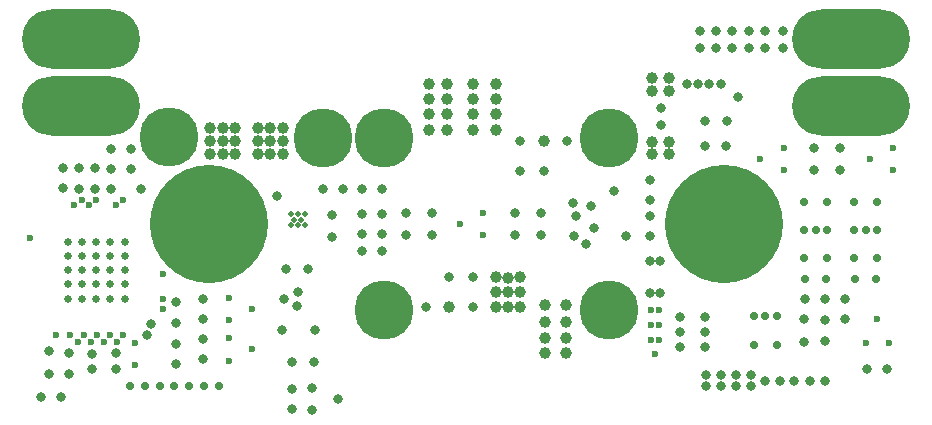
<source format=gbl>
%FSLAX44Y44*%
%MOMM*%
G71*
G01*
G75*
G04 Layer_Physical_Order=6*
G04 Layer_Color=16711680*
%ADD10R,1.5000X1.6000*%
%ADD11R,0.3500X1.3500*%
%ADD12R,1.8900X1.5700*%
%ADD13R,1.6000X1.5000*%
%ADD14R,1.6000X2.2000*%
%ADD15R,0.8000X1.3000*%
%ADD16R,2.1000X3.0000*%
%ADD17R,1.2000X2.0000*%
%ADD18R,0.6000X1.2000*%
%ADD19R,0.5000X0.8500*%
%ADD20R,1.0200X0.6000*%
%ADD21R,1.2700X0.6000*%
%ADD22R,1.3000X0.6000*%
%ADD23R,0.6000X1.8000*%
%ADD24R,1.1000X1.1000*%
%ADD25R,1.1000X1.1000*%
%ADD26R,1.0500X1.0800*%
%ADD27R,1.1000X1.0000*%
%ADD28R,1.8000X0.6000*%
%ADD29R,1.0000X1.1000*%
%ADD30R,1.0000X1.5000*%
%ADD31R,1.0800X1.0500*%
%ADD32R,0.9000X0.4000*%
%ADD33R,1.4000X1.0000*%
%ADD34R,1.3000X0.6000*%
%ADD35R,5.6000X5.6000*%
%ADD36O,0.2500X0.8500*%
%ADD37O,0.8500X0.2500*%
%ADD38R,0.7000X1.3000*%
%ADD39R,1.0000X1.8000*%
%ADD40R,0.8890X0.4200*%
%ADD41R,0.8000X2.0000*%
%ADD42R,2.1000X3.0000*%
%ADD43R,1.7000X1.1000*%
%ADD44R,3.5000X2.2000*%
%ADD45C,0.2000*%
%ADD46C,0.2540*%
%ADD47C,0.3000*%
%ADD48C,0.2500*%
%ADD49R,3.0000X4.0000*%
%ADD50R,3.2999X8.9500*%
%ADD51R,3.2250X8.8500*%
%ADD52R,3.4700X4.3300*%
%ADD53R,3.2250X8.8000*%
%ADD54R,3.0000X7.7500*%
%ADD55R,10.4500X5.0000*%
%ADD56R,3.0000X8.8500*%
%ADD57R,10.4000X5.0000*%
%ADD58R,6.6250X4.4250*%
%ADD59R,5.1250X1.5250*%
%ADD60R,3.5000X3.5000*%
%ADD61O,10.0000X5.0000*%
%ADD62C,6.0000*%
%ADD63C,0.8000*%
%ADD64C,0.7000*%
%ADD65C,1.0000*%
%ADD66C,0.6000*%
%ADD67C,0.5000*%
%ADD68C,0.6600*%
%ADD69C,1.0160*%
%ADD70C,2.7000*%
%ADD71O,7.5000X1.5000*%
%ADD72C,3.7000*%
%ADD73C,0.8000*%
%ADD74C,1.0000*%
%ADD75C,0.7000*%
%ADD76C,0.7500*%
%ADD77C,0.8300*%
%ADD78C,0.8000*%
%ADD79C,0.4000*%
%ADD80R,3.5001X3.6500*%
%ADD81R,2.9000X5.0000*%
%ADD82R,3.2500X8.0750*%
%ADD83R,31.2250X5.0000*%
%ADD84R,3.0751X10.8250*%
%ADD85R,35.9250X4.5750*%
%ADD86R,3.2250X10.5000*%
%ADD87R,1.8250X5.1750*%
%ADD88R,4.6250X7.2500*%
%ADD89R,7.4500X2.4750*%
%ADD90R,3.4500X2.4250*%
%ADD91R,2.1500X1.7500*%
%ADD92C,5.0000*%
%ADD93C,0.6000*%
%ADD94R,3.4499X4.6000*%
%ADD95R,3.2250X7.9250*%
%ADD96R,3.0000X10.8500*%
%ADD97R,3.1750X10.5250*%
%ADD98R,7.8750X1.0500*%
%ADD99R,7.8750X2.4250*%
%ADD100R,5.4750X5.4250*%
%ADD101C,10.0000*%
D61*
X63250Y300000D02*
D03*
X715250Y356500D02*
D03*
X63250Y356500D02*
D03*
X715250Y300000D02*
D03*
D63*
X553750Y284000D02*
D03*
X553751Y298501D02*
D03*
X544750Y237002D02*
D03*
X72000Y77000D02*
D03*
X434751Y270250D02*
D03*
X246000Y131000D02*
D03*
X246999Y142501D02*
D03*
X235000Y136250D02*
D03*
X36000Y92500D02*
D03*
X143250Y116250D02*
D03*
X45751Y53250D02*
D03*
X75001Y230000D02*
D03*
X48000Y247249D02*
D03*
Y230249D02*
D03*
X166000Y85499D02*
D03*
Y119499D02*
D03*
Y136499D02*
D03*
Y102499D02*
D03*
X28751Y53250D02*
D03*
X241250Y83501D02*
D03*
X232999Y110001D02*
D03*
X261000D02*
D03*
X260250Y83501D02*
D03*
X36000Y73500D02*
D03*
X75001Y247500D02*
D03*
X570250Y95999D02*
D03*
Y121000D02*
D03*
Y108250D02*
D03*
X591250Y121000D02*
D03*
Y108250D02*
D03*
Y95999D02*
D03*
X474251Y270250D02*
D03*
X454751Y245250D02*
D03*
X434751D02*
D03*
X655049Y67500D02*
D03*
X692880D02*
D03*
X667049D02*
D03*
X680551D02*
D03*
X642550D02*
D03*
X592550Y72000D02*
D03*
Y63000D02*
D03*
X605049Y72000D02*
D03*
Y63000D02*
D03*
X617549Y72000D02*
D03*
Y63000D02*
D03*
X630048Y72000D02*
D03*
Y63000D02*
D03*
X553251Y141500D02*
D03*
X544750Y168500D02*
D03*
X553251D02*
D03*
X675749Y137000D02*
D03*
X675500Y119500D02*
D03*
X692880Y118750D02*
D03*
X710000Y119501D02*
D03*
Y136501D02*
D03*
X692749Y137000D02*
D03*
X692880Y101250D02*
D03*
X675500Y100500D02*
D03*
X745748Y77500D02*
D03*
X728748D02*
D03*
X604500Y318250D02*
D03*
X595000D02*
D03*
X576002Y318250D02*
D03*
X609250Y266500D02*
D03*
X591749D02*
D03*
X591000Y287250D02*
D03*
X683250Y245500D02*
D03*
Y264500D02*
D03*
X705250Y264500D02*
D03*
Y245500D02*
D03*
X587250Y363250D02*
D03*
X600250D02*
D03*
X614250D02*
D03*
X628500D02*
D03*
X642250D02*
D03*
Y349500D02*
D03*
X628500D02*
D03*
X614250D02*
D03*
X600250D02*
D03*
X587250D02*
D03*
X657000Y363250D02*
D03*
Y349500D02*
D03*
X430500Y190500D02*
D03*
X452750Y190500D02*
D03*
X430500Y209500D02*
D03*
X452750Y209500D02*
D03*
X480250Y190000D02*
D03*
X524250Y190000D02*
D03*
X482250Y207250D02*
D03*
X494750Y215250D02*
D03*
X497000Y197000D02*
D03*
X491000Y183250D02*
D03*
X480000Y217500D02*
D03*
X619250Y308000D02*
D03*
X610000Y287250D02*
D03*
X544750Y207002D02*
D03*
Y190001D02*
D03*
Y220001D02*
D03*
X514501Y228000D02*
D03*
X394751Y155000D02*
D03*
Y130000D02*
D03*
X355267Y129756D02*
D03*
X374751Y155000D02*
D03*
X284749Y229750D02*
D03*
X267748D02*
D03*
X301001Y229750D02*
D03*
X318001D02*
D03*
X300750Y208500D02*
D03*
X318250Y208499D02*
D03*
X300750Y191500D02*
D03*
X318250Y177000D02*
D03*
X300750D02*
D03*
X318250Y191499D02*
D03*
X360000Y209500D02*
D03*
Y190500D02*
D03*
X338000Y209500D02*
D03*
Y190500D02*
D03*
X275499Y207750D02*
D03*
Y188750D02*
D03*
X241250Y60500D02*
D03*
X258749Y61500D02*
D03*
Y42501D02*
D03*
X241250Y43499D02*
D03*
X280751Y52001D02*
D03*
X143750Y98501D02*
D03*
Y81501D02*
D03*
X92500Y77000D02*
D03*
X52750Y73249D02*
D03*
Y90750D02*
D03*
X544750Y141500D02*
D03*
X105750Y264000D02*
D03*
X88750Y264000D02*
D03*
Y246500D02*
D03*
X105750Y246500D02*
D03*
X113750Y229500D02*
D03*
X88750D02*
D03*
X61752Y247500D02*
D03*
Y230000D02*
D03*
X143250Y133750D02*
D03*
X122506Y115756D02*
D03*
X72000Y90000D02*
D03*
X119250Y106250D02*
D03*
X92250Y90750D02*
D03*
X585500Y318250D02*
D03*
X236500Y161750D02*
D03*
X255500D02*
D03*
X229250Y224160D02*
D03*
D64*
X104502Y63000D02*
D03*
X117002D02*
D03*
X633050Y98000D02*
D03*
X652050D02*
D03*
Y122000D02*
D03*
X642550D02*
D03*
X633050D02*
D03*
X675501Y218750D02*
D03*
X694501D02*
D03*
Y194750D02*
D03*
X685001D02*
D03*
X675501D02*
D03*
X717750D02*
D03*
X727250D02*
D03*
X736750D02*
D03*
Y218750D02*
D03*
X717750D02*
D03*
X675501Y171500D02*
D03*
X694501D02*
D03*
X693752Y153751D02*
D03*
X676251D02*
D03*
X717750Y171500D02*
D03*
X736750D02*
D03*
X736000Y153751D02*
D03*
X718500D02*
D03*
X129502Y63000D02*
D03*
X142002D02*
D03*
X154502D02*
D03*
X167002D02*
D03*
X179502D02*
D03*
D65*
X546250Y269750D02*
D03*
X372751Y279750D02*
D03*
X394751D02*
D03*
X454751Y270250D02*
D03*
X473250Y117006D02*
D03*
X434751Y130019D02*
D03*
X456251Y117000D02*
D03*
Y103500D02*
D03*
X473250D02*
D03*
Y90500D02*
D03*
X456251D02*
D03*
X172500Y259000D02*
D03*
X183001D02*
D03*
X193502D02*
D03*
X172500Y270250D02*
D03*
X183001D02*
D03*
X193502D02*
D03*
X172500Y281250D02*
D03*
X183001D02*
D03*
X193502D02*
D03*
X212750D02*
D03*
X223251D02*
D03*
X233752D02*
D03*
X223251Y259000D02*
D03*
X233752D02*
D03*
Y270250D02*
D03*
X223251D02*
D03*
X212750Y259000D02*
D03*
X212500Y270250D02*
D03*
X357251Y279750D02*
D03*
X357251Y293250D02*
D03*
X456251Y131750D02*
D03*
X372751Y293250D02*
D03*
X357251Y319000D02*
D03*
X372751D02*
D03*
X394751D02*
D03*
X414751Y319000D02*
D03*
X394751Y293250D02*
D03*
X414751D02*
D03*
Y279750D02*
D03*
X394751Y306250D02*
D03*
X414751D02*
D03*
X372751D02*
D03*
X357251D02*
D03*
X560751Y269750D02*
D03*
X546501Y259000D02*
D03*
X560751D02*
D03*
X473250Y131750D02*
D03*
X414751Y155000D02*
D03*
Y142749D02*
D03*
X424750Y154750D02*
D03*
X414751Y130019D02*
D03*
X424750Y142749D02*
D03*
X434751Y155000D02*
D03*
X424750Y130019D02*
D03*
X434751Y142749D02*
D03*
X374751Y130000D02*
D03*
X546250Y323500D02*
D03*
X560751Y323500D02*
D03*
X546250Y312750D02*
D03*
X560751D02*
D03*
D66*
X132250Y157750D02*
D03*
X82500Y100500D02*
D03*
X20250Y188500D02*
D03*
X92250Y216000D02*
D03*
X87750Y106005D02*
D03*
X65750Y106005D02*
D03*
X42250Y106250D02*
D03*
X132250Y128500D02*
D03*
X188000Y137500D02*
D03*
X208000Y128000D02*
D03*
X188000Y118500D02*
D03*
X208000Y94000D02*
D03*
X546000Y127249D02*
D03*
X552250D02*
D03*
X552250Y114649D02*
D03*
X546000D02*
D03*
X552250Y102049D02*
D03*
X546000D02*
D03*
X549000Y89949D02*
D03*
X727750Y99500D02*
D03*
X746750D02*
D03*
X737250Y119500D02*
D03*
X658000Y264500D02*
D03*
Y245500D02*
D03*
X638000Y255000D02*
D03*
X730750D02*
D03*
X750750Y264500D02*
D03*
Y245500D02*
D03*
X403500Y209500D02*
D03*
Y190500D02*
D03*
X383500Y200000D02*
D03*
X188000Y103500D02*
D03*
Y84500D02*
D03*
X63500Y220250D02*
D03*
X57250Y216000D02*
D03*
X76000Y220250D02*
D03*
X98500D02*
D03*
X69750Y216000D02*
D03*
X99005Y106005D02*
D03*
X76750Y106005D02*
D03*
X132250Y136250D02*
D03*
X54000Y106005D02*
D03*
X108500Y80500D02*
D03*
Y99500D02*
D03*
X93500Y100500D02*
D03*
X71500D02*
D03*
X60500D02*
D03*
D67*
X240499Y208250D02*
D03*
X252499Y199250D02*
D03*
X246499D02*
D03*
X240499D02*
D03*
X252499Y208250D02*
D03*
X246499D02*
D03*
X243499Y203750D02*
D03*
X249499D02*
D03*
D68*
X64000Y173000D02*
D03*
X88000D02*
D03*
X64000Y149000D02*
D03*
X88000D02*
D03*
X76000Y173000D02*
D03*
X100000D02*
D03*
X52000Y149000D02*
D03*
X76000D02*
D03*
X100000D02*
D03*
X64000Y185000D02*
D03*
X88000D02*
D03*
X64000Y161000D02*
D03*
X88000D02*
D03*
X64000Y137000D02*
D03*
X88000D02*
D03*
X76000Y185000D02*
D03*
X100000D02*
D03*
X52000Y161000D02*
D03*
X76000D02*
D03*
X100000D02*
D03*
X52000Y137000D02*
D03*
X76000D02*
D03*
X100000D02*
D03*
X52000Y173000D02*
D03*
Y185000D02*
D03*
D92*
X267751Y273000D02*
D03*
X137751Y273750D02*
D03*
X319751Y127500D02*
D03*
X509751D02*
D03*
X509751Y272750D02*
D03*
X319751D02*
D03*
D101*
X607250Y200000D02*
D03*
X171250D02*
D03*
M02*

</source>
